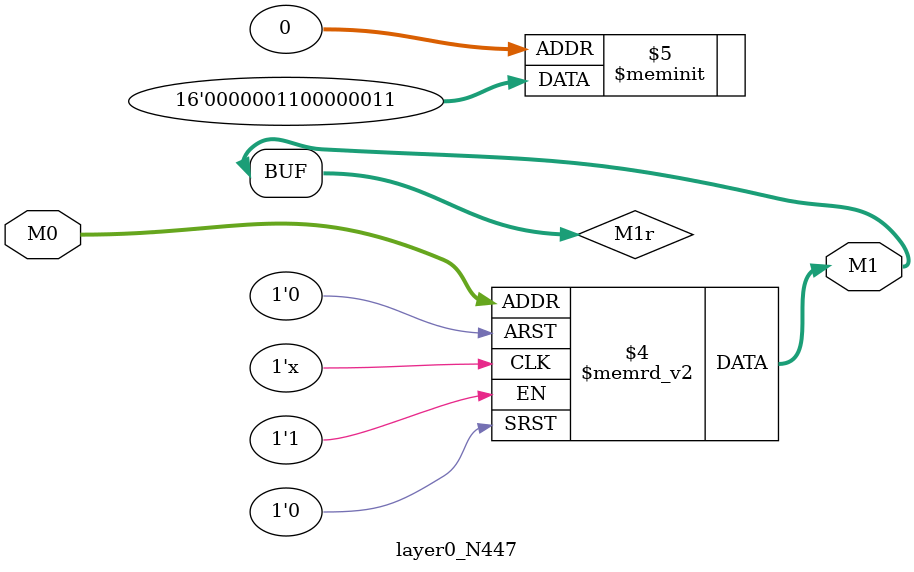
<source format=v>
module layer0_N447 ( input [2:0] M0, output [1:0] M1 );

	(*rom_style = "distributed" *) reg [1:0] M1r;
	assign M1 = M1r;
	always @ (M0) begin
		case (M0)
			3'b000: M1r = 2'b11;
			3'b100: M1r = 2'b11;
			3'b010: M1r = 2'b00;
			3'b110: M1r = 2'b00;
			3'b001: M1r = 2'b00;
			3'b101: M1r = 2'b00;
			3'b011: M1r = 2'b00;
			3'b111: M1r = 2'b00;

		endcase
	end
endmodule

</source>
